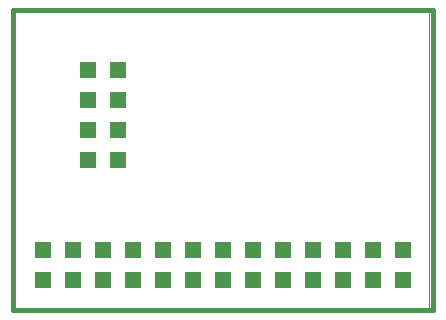
<source format=gts>
G75*
%MOIN*%
%OFA0B0*%
%FSLAX24Y24*%
%IPPOS*%
%LPD*%
%AMOC8*
5,1,8,0,0,1.08239X$1,22.5*
%
%ADD10C,0.0000*%
%ADD11C,0.0160*%
%ADD12R,0.0555X0.0555*%
D10*
X000180Y000180D02*
X000180Y010176D01*
X014050Y010176D01*
X014050Y000180D01*
X000180Y000180D01*
D11*
X000180Y010180D01*
X014180Y010180D01*
X014180Y000180D01*
X000180Y000180D01*
D12*
X001180Y001180D03*
X002180Y001180D03*
X003180Y001180D03*
X004180Y001180D03*
X005180Y001180D03*
X006180Y001180D03*
X007180Y001180D03*
X008180Y001180D03*
X009180Y001180D03*
X010180Y001180D03*
X011180Y001180D03*
X012180Y001180D03*
X013180Y001180D03*
X013180Y002180D03*
X012180Y002180D03*
X011180Y002180D03*
X010180Y002180D03*
X009180Y002180D03*
X008180Y002180D03*
X007180Y002180D03*
X006180Y002180D03*
X005180Y002180D03*
X004180Y002180D03*
X003180Y002180D03*
X002180Y002180D03*
X001180Y002180D03*
X002680Y005180D03*
X003680Y005180D03*
X003680Y006180D03*
X002680Y006180D03*
X002680Y007180D03*
X003680Y007180D03*
X003680Y008180D03*
X002680Y008180D03*
M02*

</source>
